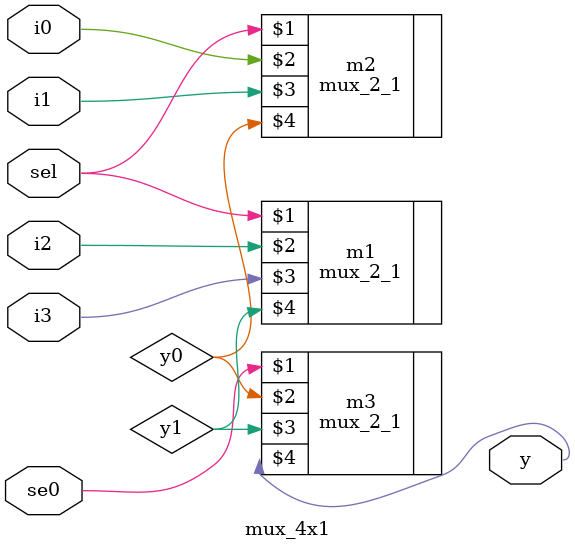
<source format=v>
module mux_2x1(
  input se0,
  input i0, i1,
  output y);
  
  assign y = se0 ? i1 : i0;
endmodule



module mux_4x1(
  input se0, sel,
  input  i0,i1,i2,i3,
  output reg y);
  
  wire y0, y1;
  
  mux_2_1 m1(sel, i2, i3, y1);
  mux_2_1 m2(sel, i0, i1, y0);
  mux_2_1 m3(se0, y0, y1, y);
endmodule

</source>
